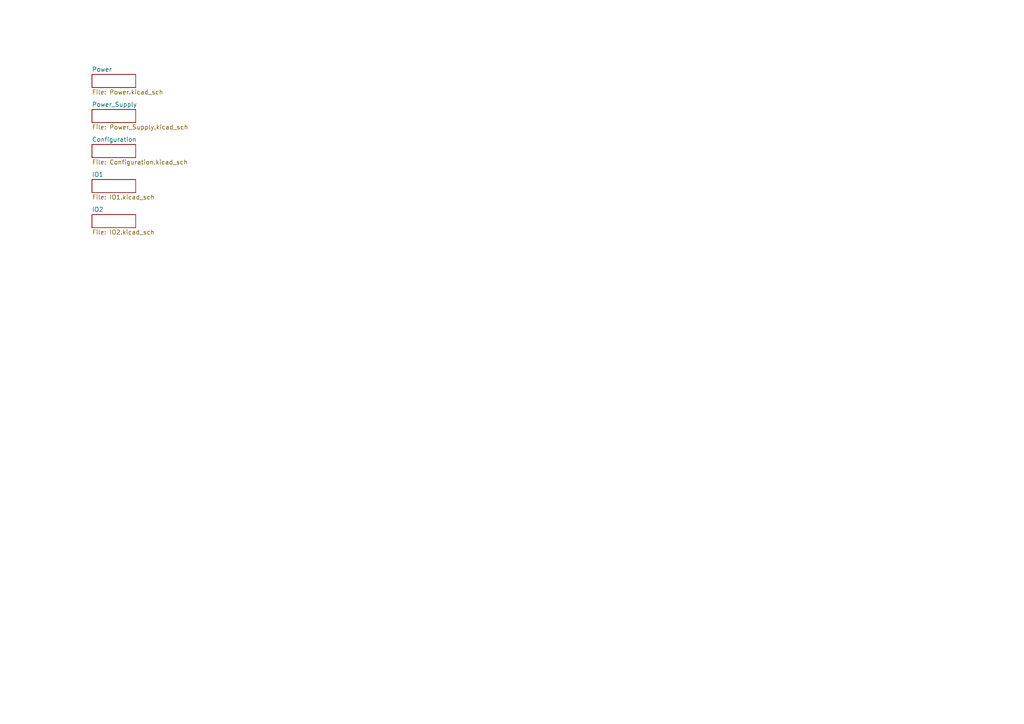
<source format=kicad_sch>
(kicad_sch (version 20230121) (generator eeschema)
  (paper "A4")
  (lib_symbols)
  (sheet (at 26.67 21.59) (size 12.7 3.81) (stroke (width 0.1524))
    (property "Sheetname" "Power" (at 26.67 20.8784 0) (effects (justify left bottom)))
    (property "Sheetfile" "Power.kicad_sch" (at 26.67 25.9846 0) (effects (justify left top)))
  )
  (sheet (at 26.67 62.23) (size 12.7 3.81) (stroke (width 0.1524))
    (property "Sheetname" "IO2" (at 26.67 61.5184 0) (effects (justify left bottom)))
    (property "Sheetfile" "IO2.kicad_sch" (at 26.67 66.6246 0) (effects (justify left top)))
  )
  (sheet (at 26.67 31.75) (size 12.7 3.81) (stroke (width 0.1524))
    (property "Sheetname" "Power_Supply" (at 26.67 31.0384 0) (effects (justify left bottom)))
    (property "Sheetfile" "Power_Supply.kicad_sch" (at 26.67 36.1446 0) (effects (justify left top)))
  )
  (sheet (at 26.67 52.07) (size 12.7 3.81) (stroke (width 0.1524))
    (property "Sheetname" "IO1" (at 26.67 51.3584 0) (effects (justify left bottom)))
    (property "Sheetfile" "IO1.kicad_sch" (at 26.67 56.4646 0) (effects (justify left top)))
  )
  (sheet (at 26.67 41.91) (size 12.7 3.81) (stroke (width 0.1524))
    (property "Sheetname" "Configuration" (at 26.67 41.1984 0) (effects (justify left bottom)))
    (property "Sheetfile" "Configuration.kicad_sch" (at 26.67 46.3046 0) (effects (justify left top)))
  )
)
</source>
